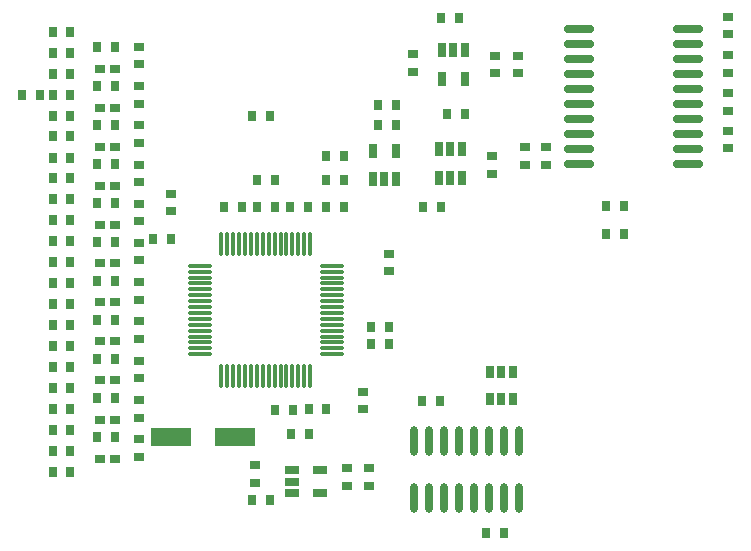
<source format=gtp>
%FSLAX44Y44*%
%MOMM*%
G71*
G01*
G75*
G04 Layer_Color=8421504*
%ADD10R,0.9000X0.7000*%
%ADD11O,0.3000X2.1000*%
%ADD12O,2.1000X0.3000*%
%ADD13R,0.6500X1.0500*%
%ADD14R,0.7000X1.3000*%
%ADD15R,1.3000X0.7000*%
%ADD16O,0.7000X2.5000*%
%ADD17O,2.6000X0.7000*%
%ADD18R,0.7000X0.9000*%
%ADD19R,0.9000X0.7000*%
%ADD20R,3.5052X1.6002*%
%ADD21C,0.2540*%
%ADD22C,1.7780*%
%ADD23P,1.8145X8X202.5*%
%ADD24C,3.2004*%
%ADD25P,2.0895X8X112.5*%
%ADD26P,1.9245X8X202.5*%
%ADD27P,2.0895X8X22.5*%
%ADD28C,1.2700*%
%ADD29O,4.1000X1.4500*%
%ADD30C,0.6000*%
%ADD31C,0.2500*%
%ADD32C,0.2032*%
%ADD33C,0.0127*%
%ADD34C,0.1524*%
%ADD35C,0.1270*%
%ADD36C,0.2000*%
D10*
X458107Y468958D02*
D03*
Y453958D02*
D03*
Y801190D02*
D03*
Y786190D02*
D03*
Y734642D02*
D03*
Y719642D02*
D03*
Y767916D02*
D03*
Y752916D02*
D03*
Y701368D02*
D03*
Y686368D02*
D03*
Y668348D02*
D03*
Y653348D02*
D03*
Y635328D02*
D03*
Y620328D02*
D03*
X669290Y610990D02*
D03*
Y625990D02*
D03*
X956310Y746880D02*
D03*
Y761880D02*
D03*
Y715130D02*
D03*
Y730130D02*
D03*
X485140Y661790D02*
D03*
Y676790D02*
D03*
X556135Y446793D02*
D03*
Y431793D02*
D03*
X458107Y602054D02*
D03*
Y587054D02*
D03*
Y568780D02*
D03*
Y553780D02*
D03*
Y535506D02*
D03*
Y520506D02*
D03*
Y502232D02*
D03*
Y487232D02*
D03*
X647700Y509150D02*
D03*
Y494150D02*
D03*
X633730Y429380D02*
D03*
Y444380D02*
D03*
X652780Y429380D02*
D03*
Y444380D02*
D03*
X784860Y716160D02*
D03*
Y701160D02*
D03*
X689610Y779900D02*
D03*
Y794900D02*
D03*
X802640Y716160D02*
D03*
Y701160D02*
D03*
X956310Y779054D02*
D03*
Y794053D02*
D03*
Y826650D02*
D03*
Y811650D02*
D03*
X756920Y708540D02*
D03*
Y693540D02*
D03*
X778510Y793630D02*
D03*
Y778630D02*
D03*
X759460Y793630D02*
D03*
Y778630D02*
D03*
D11*
X527650Y634320D02*
D03*
X532650D02*
D03*
X537650D02*
D03*
X542650D02*
D03*
X547650D02*
D03*
X552650D02*
D03*
X557650D02*
D03*
X562650D02*
D03*
X567650D02*
D03*
X572650D02*
D03*
X577650D02*
D03*
X582650D02*
D03*
X587650D02*
D03*
X592650D02*
D03*
X597650D02*
D03*
X602650D02*
D03*
Y522320D02*
D03*
X597650D02*
D03*
X592650D02*
D03*
X587650D02*
D03*
X582650D02*
D03*
X577650D02*
D03*
X572650D02*
D03*
X567650D02*
D03*
X562650D02*
D03*
X557650D02*
D03*
X552650D02*
D03*
X547650D02*
D03*
X542650D02*
D03*
X537650D02*
D03*
X532650D02*
D03*
X527650D02*
D03*
D12*
X621150Y615820D02*
D03*
Y610820D02*
D03*
Y605820D02*
D03*
Y600820D02*
D03*
Y595820D02*
D03*
Y590820D02*
D03*
Y585820D02*
D03*
Y580820D02*
D03*
Y575820D02*
D03*
Y570820D02*
D03*
Y565820D02*
D03*
Y560820D02*
D03*
Y555820D02*
D03*
Y550820D02*
D03*
Y545820D02*
D03*
Y540820D02*
D03*
X509150D02*
D03*
Y545820D02*
D03*
Y550820D02*
D03*
Y555820D02*
D03*
Y560820D02*
D03*
Y565820D02*
D03*
Y570820D02*
D03*
Y575820D02*
D03*
Y580820D02*
D03*
Y585820D02*
D03*
Y590820D02*
D03*
Y595820D02*
D03*
Y600820D02*
D03*
Y605820D02*
D03*
Y610820D02*
D03*
Y615820D02*
D03*
D13*
X774040Y525600D02*
D03*
X764540D02*
D03*
X755040D02*
D03*
Y503100D02*
D03*
X764540D02*
D03*
X774040D02*
D03*
D14*
X655980Y688930D02*
D03*
X665480D02*
D03*
X674980D02*
D03*
Y712930D02*
D03*
X655980D02*
D03*
X733400Y798130D02*
D03*
X723900D02*
D03*
X714400D02*
D03*
Y774130D02*
D03*
X733400D02*
D03*
X730860Y714310D02*
D03*
X721360D02*
D03*
X711860D02*
D03*
Y690310D02*
D03*
X721360D02*
D03*
X730860D02*
D03*
D15*
X587440Y442570D02*
D03*
Y433070D02*
D03*
Y423570D02*
D03*
X611440D02*
D03*
Y442570D02*
D03*
D16*
X779780Y467730D02*
D03*
X767080D02*
D03*
X754380D02*
D03*
X741680D02*
D03*
X728980D02*
D03*
X716280D02*
D03*
X703580D02*
D03*
X690880D02*
D03*
X779780Y418730D02*
D03*
X767080D02*
D03*
X754380D02*
D03*
X741680D02*
D03*
X728980D02*
D03*
X716280D02*
D03*
X703580D02*
D03*
X690880D02*
D03*
D17*
X830300Y816610D02*
D03*
Y803910D02*
D03*
Y791210D02*
D03*
Y778510D02*
D03*
Y765810D02*
D03*
Y753110D02*
D03*
Y740410D02*
D03*
Y727710D02*
D03*
Y715010D02*
D03*
Y702310D02*
D03*
X922300Y816610D02*
D03*
Y803910D02*
D03*
Y791210D02*
D03*
Y778510D02*
D03*
Y765810D02*
D03*
Y753110D02*
D03*
Y740410D02*
D03*
Y727710D02*
D03*
Y715010D02*
D03*
Y702310D02*
D03*
D18*
X437192Y800772D02*
D03*
X422192D02*
D03*
X437192Y734644D02*
D03*
X422192D02*
D03*
X437192Y767708D02*
D03*
X422192D02*
D03*
X437192Y701580D02*
D03*
X422192D02*
D03*
X437192Y668516D02*
D03*
X422192D02*
D03*
X437192Y635706D02*
D03*
X422192D02*
D03*
X437192Y602896D02*
D03*
X422192D02*
D03*
X437192Y569832D02*
D03*
X422192D02*
D03*
X437192Y536768D02*
D03*
X422192D02*
D03*
X437192Y503704D02*
D03*
X422192D02*
D03*
X669170Y549910D02*
D03*
X654170D02*
D03*
X669170Y563880D02*
D03*
X654170D02*
D03*
X697350Y501650D02*
D03*
X712350D02*
D03*
X585590Y665480D02*
D03*
X600590D02*
D03*
X868560Y642620D02*
D03*
X853560D02*
D03*
X766960Y389890D02*
D03*
X751960D02*
D03*
X399600Y459108D02*
D03*
X384600D02*
D03*
X399600Y813779D02*
D03*
X384600D02*
D03*
X399600Y742845D02*
D03*
X384600D02*
D03*
X399600Y778312D02*
D03*
X384600D02*
D03*
X399600Y707378D02*
D03*
X384600D02*
D03*
X399600Y671911D02*
D03*
X384600D02*
D03*
X399600Y636697D02*
D03*
X384600D02*
D03*
Y441247D02*
D03*
X399600D02*
D03*
X384600Y796173D02*
D03*
X399600D02*
D03*
X384600Y725238D02*
D03*
X399600D02*
D03*
X384600Y760706D02*
D03*
X399600D02*
D03*
X384600Y689771D02*
D03*
X399600D02*
D03*
X384600Y654304D02*
D03*
X399600D02*
D03*
X384600Y618583D02*
D03*
X399600D02*
D03*
Y600976D02*
D03*
X384600D02*
D03*
X399600Y565509D02*
D03*
X384600D02*
D03*
X399600Y530042D02*
D03*
X384600D02*
D03*
X399600Y494575D02*
D03*
X384600D02*
D03*
Y583116D02*
D03*
X399600D02*
D03*
X384600Y547648D02*
D03*
X399600D02*
D03*
X384600Y512181D02*
D03*
X399600D02*
D03*
X384600Y476714D02*
D03*
X399600D02*
D03*
X529710Y665480D02*
D03*
X544710D02*
D03*
X358768Y760730D02*
D03*
X373768D02*
D03*
X485020Y638810D02*
D03*
X470020D02*
D03*
X553840Y742950D02*
D03*
X568840D02*
D03*
X616070Y688340D02*
D03*
X631070D02*
D03*
X616070Y708660D02*
D03*
X631070D02*
D03*
X601471Y494164D02*
D03*
X616472D02*
D03*
X572890Y494030D02*
D03*
X587890D02*
D03*
X601860Y473710D02*
D03*
X586860D02*
D03*
X616070Y665480D02*
D03*
X631070D02*
D03*
X557650D02*
D03*
X572650D02*
D03*
X868560Y666750D02*
D03*
X853560D02*
D03*
X557650Y688340D02*
D03*
X572650D02*
D03*
X713620Y665480D02*
D03*
X698620D02*
D03*
X568840Y417830D02*
D03*
X553840D02*
D03*
X675520Y751730D02*
D03*
X660520D02*
D03*
X675520Y735220D02*
D03*
X660520D02*
D03*
X718940Y744220D02*
D03*
X733940D02*
D03*
X713860Y825500D02*
D03*
X728860D02*
D03*
X437192Y470641D02*
D03*
X422192D02*
D03*
D19*
X437684Y452497D02*
D03*
X424684D02*
D03*
X437684Y782629D02*
D03*
X424684D02*
D03*
X437684Y716501D02*
D03*
X424684D02*
D03*
X437684Y749565D02*
D03*
X424684D02*
D03*
X437684Y683437D02*
D03*
X424684D02*
D03*
X437684Y650627D02*
D03*
X424684D02*
D03*
X437684Y617817D02*
D03*
X424684D02*
D03*
X437684Y584753D02*
D03*
X424684D02*
D03*
X437684Y551689D02*
D03*
X424684D02*
D03*
X437684Y518625D02*
D03*
X424684D02*
D03*
X437684Y485562D02*
D03*
X424684D02*
D03*
D20*
X538988Y471170D02*
D03*
X484810D02*
D03*
M02*

</source>
